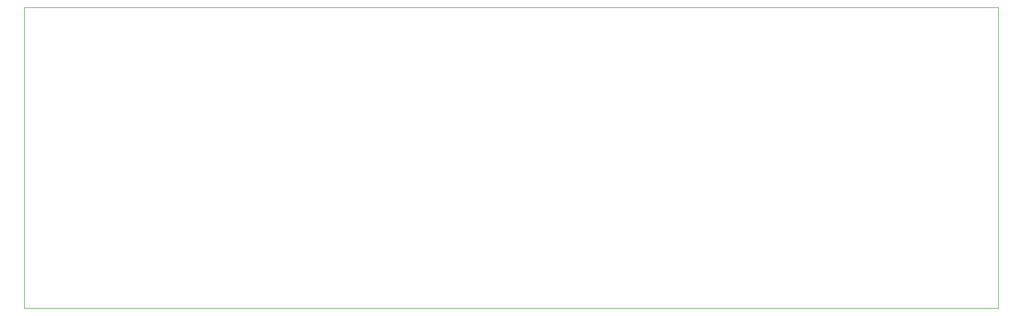
<source format=gbr>
%TF.GenerationSoftware,KiCad,Pcbnew,5.99.0+really5.1.10+dfsg1-1*%
%TF.CreationDate,2022-04-08T20:52:09+02:00*%
%TF.ProjectId,board,626f6172-642e-46b6-9963-61645f706362,rev?*%
%TF.SameCoordinates,Original*%
%TF.FileFunction,Profile,NP*%
%FSLAX46Y46*%
G04 Gerber Fmt 4.6, Leading zero omitted, Abs format (unit mm)*
G04 Created by KiCad (PCBNEW 5.99.0+really5.1.10+dfsg1-1) date 2022-04-08 20:52:09*
%MOMM*%
%LPD*%
G01*
G04 APERTURE LIST*
%TA.AperFunction,Profile*%
%ADD10C,0.050000*%
%TD*%
G04 APERTURE END LIST*
D10*
X195580000Y-35560000D02*
X39370000Y-35560000D01*
X195580000Y-83820000D02*
X195580000Y-35560000D01*
X39370000Y-83820000D02*
X195580000Y-83820000D01*
X39370000Y-35560000D02*
X39370000Y-83820000D01*
M02*

</source>
